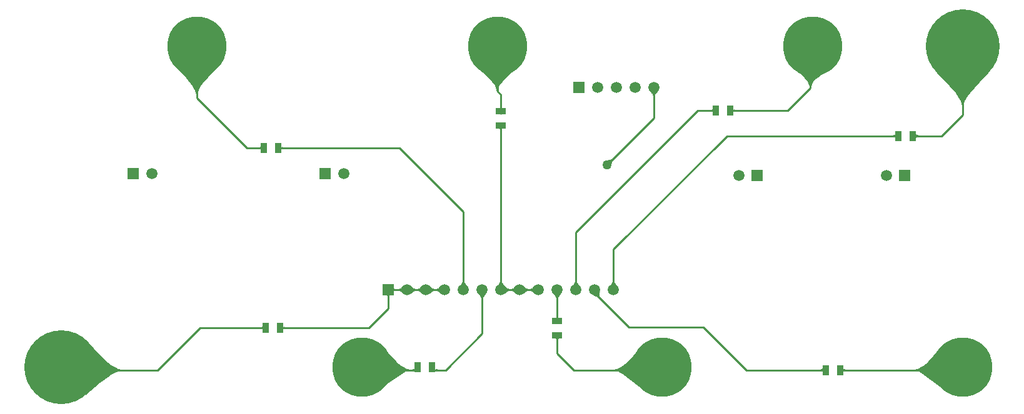
<source format=gtl>
G04*
G04 #@! TF.GenerationSoftware,Altium Limited,Altium Designer,22.8.2 (66)*
G04*
G04 Layer_Physical_Order=1*
G04 Layer_Color=255*
%FSLAX44Y44*%
%MOMM*%
G71*
G04*
G04 #@! TF.SameCoordinates,A88769B3-AE7A-4E98-8DBA-C7F6B74A5C9B*
G04*
G04*
G04 #@! TF.FilePolarity,Positive*
G04*
G01*
G75*
%ADD10C,0.2540*%
%ADD12R,1.4200X0.8900*%
%ADD13R,0.8900X1.4200*%
%ADD23R,1.5080X1.5080*%
%ADD24C,1.5080*%
%ADD25R,1.5000X1.5000*%
%ADD26C,1.5000*%
%ADD27C,8.0000*%
%ADD28C,10.0000*%
%ADD29C,1.2700*%
G36*
X1104297Y-152493D02*
X1100796Y-154229D01*
X1097663Y-156029D01*
X1094899Y-157892D01*
X1092504Y-159818D01*
X1090477Y-161807D01*
X1088818Y-163860D01*
X1087528Y-165975D01*
X1086607Y-168153D01*
X1086054Y-170395D01*
X1085870Y-172700D01*
X1083330D01*
X1083153Y-170407D01*
X1082622Y-168112D01*
X1081737Y-165815D01*
X1080498Y-163516D01*
X1078905Y-161215D01*
X1076958Y-158913D01*
X1074657Y-156608D01*
X1072002Y-154301D01*
X1068993Y-151992D01*
X1065630Y-149682D01*
X1104297Y-152493D01*
D02*
G37*
G36*
X680057Y-151605D02*
X672833Y-157895D01*
X669898Y-160883D01*
X667414Y-163768D01*
X665382Y-166549D01*
X663802Y-169225D01*
X662673Y-171797D01*
X661996Y-174266D01*
X661770Y-176630D01*
X659230D01*
X659004Y-174266D01*
X658327Y-171797D01*
X657198Y-169225D01*
X655618Y-166549D01*
X653586Y-163768D01*
X651102Y-160883D01*
X648167Y-157895D01*
X644781Y-154802D01*
X636653Y-148304D01*
X684347D01*
X680057Y-151605D01*
D02*
G37*
G36*
X276421Y-149826D02*
X261453Y-166709D01*
X259047Y-170081D01*
X257176Y-173113D01*
X255839Y-175805D01*
X255037Y-178157D01*
X254770Y-180170D01*
X252230D01*
X251963Y-178157D01*
X251161Y-175805D01*
X249824Y-173113D01*
X247953Y-170081D01*
X245548Y-166709D01*
X239132Y-158947D01*
X230579Y-149826D01*
X225500Y-144756D01*
X281500D01*
X276421Y-149826D01*
D02*
G37*
G36*
X877278Y-177694D02*
X876004Y-179153D01*
X875487Y-179844D01*
X875049Y-180511D01*
X874691Y-181152D01*
X874412Y-181767D01*
X874213Y-182357D01*
X874094Y-182922D01*
X874054Y-183462D01*
X871514D01*
X871474Y-182922D01*
X871355Y-182357D01*
X871156Y-181767D01*
X870877Y-181152D01*
X870519Y-180511D01*
X870081Y-179844D01*
X869564Y-179153D01*
X868290Y-177694D01*
X867534Y-176926D01*
X878034D01*
X877278Y-177694D01*
D02*
G37*
G36*
X1319591Y-158291D02*
X1300703Y-179497D01*
X1297667Y-183706D01*
X1295306Y-187479D01*
X1293619Y-190814D01*
X1292607Y-193712D01*
X1292270Y-196174D01*
X1289730D01*
X1289393Y-193712D01*
X1288381Y-190814D01*
X1286694Y-187479D01*
X1284333Y-183706D01*
X1281297Y-179497D01*
X1273202Y-169768D01*
X1262409Y-158291D01*
X1256000Y-151897D01*
X1326000D01*
X1319591Y-158291D01*
D02*
G37*
G36*
X666763Y-197189D02*
X666801Y-197626D01*
X666864Y-198011D01*
X666953Y-198346D01*
X667067Y-198628D01*
X667207Y-198860D01*
X667372Y-199040D01*
X667563Y-199168D01*
X667779Y-199245D01*
X668020Y-199271D01*
X662940D01*
X663181Y-199245D01*
X663397Y-199168D01*
X663588Y-199040D01*
X663753Y-198860D01*
X663893Y-198628D01*
X664007Y-198346D01*
X664096Y-198011D01*
X664159Y-197626D01*
X664197Y-197189D01*
X664210Y-196700D01*
X666750D01*
X666763Y-197189D01*
D02*
G37*
G36*
X980585Y-200901D02*
X980662Y-201117D01*
X980790Y-201308D01*
X980970Y-201473D01*
X981202Y-201612D01*
X981484Y-201727D01*
X981819Y-201816D01*
X982204Y-201879D01*
X982641Y-201917D01*
X983130Y-201930D01*
Y-204470D01*
X982641Y-204483D01*
X982204Y-204521D01*
X981819Y-204584D01*
X981484Y-204673D01*
X981202Y-204788D01*
X980970Y-204927D01*
X980790Y-205092D01*
X980662Y-205283D01*
X980585Y-205499D01*
X980559Y-205740D01*
Y-200660D01*
X980585Y-200901D01*
D02*
G37*
G36*
X952350Y-205740D02*
X952325Y-205499D01*
X952249Y-205283D01*
X952122Y-205092D01*
X951944Y-204927D01*
X951715Y-204788D01*
X951436Y-204673D01*
X951106Y-204584D01*
X950725Y-204521D01*
X950293Y-204483D01*
X949810Y-204470D01*
Y-201930D01*
X950293Y-201917D01*
X950725Y-201879D01*
X951106Y-201816D01*
X951436Y-201727D01*
X951715Y-201612D01*
X951944Y-201473D01*
X952122Y-201308D01*
X952249Y-201117D01*
X952325Y-200901D01*
X952350Y-200660D01*
Y-205740D01*
D02*
G37*
G36*
X667779Y-227505D02*
X667563Y-227581D01*
X667372Y-227708D01*
X667207Y-227886D01*
X667067Y-228114D01*
X666953Y-228394D01*
X666864Y-228724D01*
X666801Y-229105D01*
X666763Y-229537D01*
X666750Y-230019D01*
X664210D01*
X664197Y-229537D01*
X664159Y-229105D01*
X664096Y-228724D01*
X664007Y-228394D01*
X663893Y-228114D01*
X663753Y-227886D01*
X663588Y-227708D01*
X663397Y-227581D01*
X663181Y-227505D01*
X662940Y-227479D01*
X668020D01*
X667779Y-227505D01*
D02*
G37*
G36*
X1227775Y-235191D02*
X1227852Y-235407D01*
X1227980Y-235598D01*
X1228160Y-235763D01*
X1228392Y-235903D01*
X1228674Y-236017D01*
X1229009Y-236106D01*
X1229394Y-236169D01*
X1229831Y-236207D01*
X1230320Y-236220D01*
Y-238760D01*
X1229831Y-238773D01*
X1229394Y-238811D01*
X1229009Y-238874D01*
X1228674Y-238963D01*
X1228392Y-239077D01*
X1228160Y-239217D01*
X1227980Y-239382D01*
X1227852Y-239573D01*
X1227775Y-239789D01*
X1227749Y-240030D01*
Y-234950D01*
X1227775Y-235191D01*
D02*
G37*
G36*
X1199540Y-240030D02*
X1199515Y-239789D01*
X1199439Y-239573D01*
X1199312Y-239382D01*
X1199134Y-239217D01*
X1198905Y-239077D01*
X1198626Y-238963D01*
X1198296Y-238874D01*
X1197915Y-238811D01*
X1197483Y-238773D01*
X1197001Y-238760D01*
Y-236220D01*
X1197483Y-236207D01*
X1197915Y-236169D01*
X1198296Y-236106D01*
X1198626Y-236017D01*
X1198905Y-235903D01*
X1199134Y-235763D01*
X1199312Y-235598D01*
X1199439Y-235407D01*
X1199515Y-235191D01*
X1199540Y-234950D01*
Y-240030D01*
D02*
G37*
G36*
X368475Y-251701D02*
X368551Y-251917D01*
X368678Y-252108D01*
X368856Y-252273D01*
X369085Y-252412D01*
X369364Y-252527D01*
X369694Y-252616D01*
X370075Y-252679D01*
X370507Y-252717D01*
X370989Y-252730D01*
Y-255270D01*
X370507Y-255283D01*
X370075Y-255321D01*
X369694Y-255384D01*
X369364Y-255473D01*
X369085Y-255588D01*
X368856Y-255727D01*
X368678Y-255892D01*
X368551Y-256083D01*
X368475Y-256299D01*
X368450Y-256540D01*
Y-251460D01*
X368475Y-251701D01*
D02*
G37*
G36*
X340241Y-256540D02*
X340215Y-256299D01*
X340138Y-256083D01*
X340010Y-255892D01*
X339830Y-255727D01*
X339598Y-255588D01*
X339316Y-255473D01*
X338981Y-255384D01*
X338596Y-255321D01*
X338159Y-255283D01*
X337671Y-255270D01*
Y-252730D01*
X338159Y-252717D01*
X338596Y-252679D01*
X338981Y-252616D01*
X339316Y-252527D01*
X339598Y-252412D01*
X339830Y-252273D01*
X340010Y-252108D01*
X340138Y-251917D01*
X340215Y-251701D01*
X340241Y-251460D01*
Y-256540D01*
D02*
G37*
G36*
X816982Y-270665D02*
X816662Y-271029D01*
X816376Y-271449D01*
X816125Y-271925D01*
X815909Y-272455D01*
X815728Y-273041D01*
X815581Y-273682D01*
X815469Y-274377D01*
X815391Y-275129D01*
X815340Y-276796D01*
X809053Y-270510D01*
X809915Y-270502D01*
X811473Y-270381D01*
X812169Y-270269D01*
X812809Y-270122D01*
X813395Y-269941D01*
X813925Y-269725D01*
X814401Y-269474D01*
X814821Y-269188D01*
X815185Y-268869D01*
X816982Y-270665D01*
D02*
G37*
G36*
X819190Y-434888D02*
X819309Y-435453D01*
X819508Y-436043D01*
X819787Y-436659D01*
X820145Y-437299D01*
X820583Y-437966D01*
X821100Y-438657D01*
X822374Y-440116D01*
X823130Y-440884D01*
X812630D01*
X813386Y-440116D01*
X814660Y-438657D01*
X815177Y-437966D01*
X815615Y-437299D01*
X815973Y-436659D01*
X816252Y-436043D01*
X816451Y-435453D01*
X816570Y-434888D01*
X816610Y-434348D01*
X819150D01*
X819190Y-434888D01*
D02*
G37*
G36*
X768390D02*
X768509Y-435453D01*
X768708Y-436043D01*
X768987Y-436659D01*
X769345Y-437299D01*
X769783Y-437966D01*
X770300Y-438657D01*
X771574Y-440116D01*
X772330Y-440884D01*
X761830D01*
X762586Y-440116D01*
X763860Y-438657D01*
X764377Y-437966D01*
X764815Y-437299D01*
X765173Y-436659D01*
X765452Y-436043D01*
X765651Y-435453D01*
X765770Y-434888D01*
X765810Y-434348D01*
X768350D01*
X768390Y-434888D01*
D02*
G37*
G36*
X666790D02*
X666909Y-435453D01*
X667108Y-436043D01*
X667387Y-436659D01*
X667745Y-437299D01*
X668183Y-437966D01*
X668700Y-438657D01*
X669974Y-440116D01*
X670730Y-440884D01*
X660230D01*
X660986Y-440116D01*
X662260Y-438657D01*
X662777Y-437966D01*
X663215Y-437299D01*
X663573Y-436659D01*
X663852Y-436043D01*
X664051Y-435453D01*
X664170Y-434888D01*
X664210Y-434348D01*
X666750D01*
X666790Y-434888D01*
D02*
G37*
G36*
X615990D02*
X616109Y-435453D01*
X616308Y-436043D01*
X616587Y-436659D01*
X616945Y-437299D01*
X617383Y-437966D01*
X617900Y-438657D01*
X619174Y-440116D01*
X619930Y-440884D01*
X609430D01*
X610186Y-440116D01*
X611460Y-438657D01*
X611977Y-437966D01*
X612415Y-437299D01*
X612773Y-436659D01*
X613052Y-436043D01*
X613251Y-435453D01*
X613370Y-434888D01*
X613410Y-434348D01*
X615950D01*
X615990Y-434888D01*
D02*
G37*
G36*
X520545Y-443941D02*
X520622Y-444157D01*
X520750Y-444348D01*
X520930Y-444513D01*
X521162Y-444652D01*
X521444Y-444767D01*
X521779Y-444856D01*
X522164Y-444919D01*
X522601Y-444957D01*
X523089Y-444970D01*
Y-447510D01*
X522601Y-447523D01*
X522164Y-447561D01*
X521779Y-447624D01*
X521444Y-447713D01*
X521162Y-447827D01*
X520930Y-447967D01*
X520750Y-448132D01*
X520622Y-448323D01*
X520545Y-448539D01*
X520519Y-448780D01*
Y-443700D01*
X520545Y-443941D01*
D02*
G37*
G36*
X710924Y-451490D02*
X710156Y-450734D01*
X708697Y-449460D01*
X708006Y-448943D01*
X707339Y-448505D01*
X706699Y-448147D01*
X706083Y-447868D01*
X705493Y-447669D01*
X704928Y-447550D01*
X704388Y-447510D01*
Y-444970D01*
X704928Y-444930D01*
X705493Y-444811D01*
X706083Y-444612D01*
X706699Y-444333D01*
X707339Y-443975D01*
X708006Y-443537D01*
X708697Y-443020D01*
X710156Y-441746D01*
X710924Y-440990D01*
Y-451490D01*
D02*
G37*
G36*
X697004Y-441746D02*
X698463Y-443020D01*
X699154Y-443537D01*
X699821Y-443975D01*
X700462Y-444333D01*
X701077Y-444612D01*
X701667Y-444811D01*
X702232Y-444930D01*
X702772Y-444970D01*
Y-447510D01*
X702232Y-447550D01*
X701667Y-447669D01*
X701077Y-447868D01*
X700462Y-448147D01*
X699821Y-448505D01*
X699154Y-448943D01*
X698463Y-449460D01*
X697004Y-450734D01*
X696236Y-451490D01*
Y-440990D01*
X697004Y-441746D01*
D02*
G37*
G36*
X685524Y-451490D02*
X684756Y-450734D01*
X683297Y-449460D01*
X682606Y-448943D01*
X681939Y-448505D01*
X681299Y-448147D01*
X680683Y-447868D01*
X680093Y-447669D01*
X679528Y-447550D01*
X678988Y-447510D01*
Y-444970D01*
X679528Y-444930D01*
X680093Y-444811D01*
X680683Y-444612D01*
X681299Y-444333D01*
X681939Y-443975D01*
X682606Y-443537D01*
X683297Y-443020D01*
X684756Y-441746D01*
X685524Y-440990D01*
Y-451490D01*
D02*
G37*
G36*
X671604Y-441746D02*
X673063Y-443020D01*
X673754Y-443537D01*
X674421Y-443975D01*
X675061Y-444333D01*
X675677Y-444612D01*
X676267Y-444811D01*
X676832Y-444930D01*
X677372Y-444970D01*
Y-447510D01*
X676832Y-447550D01*
X676267Y-447669D01*
X675677Y-447868D01*
X675061Y-448147D01*
X674421Y-448505D01*
X673754Y-448943D01*
X673063Y-449460D01*
X671604Y-450734D01*
X670836Y-451490D01*
Y-440990D01*
X671604Y-441746D01*
D02*
G37*
G36*
X583924Y-451490D02*
X583156Y-450734D01*
X581697Y-449460D01*
X581006Y-448943D01*
X580339Y-448505D01*
X579698Y-448147D01*
X579083Y-447868D01*
X578493Y-447669D01*
X577928Y-447550D01*
X577388Y-447510D01*
Y-444970D01*
X577928Y-444930D01*
X578493Y-444811D01*
X579083Y-444612D01*
X579698Y-444333D01*
X580339Y-443975D01*
X581006Y-443537D01*
X581697Y-443020D01*
X583156Y-441746D01*
X583924Y-440990D01*
Y-451490D01*
D02*
G37*
G36*
X570004Y-441746D02*
X571463Y-443020D01*
X572154Y-443537D01*
X572821Y-443975D01*
X573461Y-444333D01*
X574077Y-444612D01*
X574667Y-444811D01*
X575232Y-444930D01*
X575772Y-444970D01*
Y-447510D01*
X575232Y-447550D01*
X574667Y-447669D01*
X574077Y-447868D01*
X573461Y-448147D01*
X572821Y-448505D01*
X572154Y-448943D01*
X571463Y-449460D01*
X570004Y-450734D01*
X569236Y-451490D01*
Y-440990D01*
X570004Y-441746D01*
D02*
G37*
G36*
X558524Y-451490D02*
X557756Y-450734D01*
X556297Y-449460D01*
X555606Y-448943D01*
X554939Y-448505D01*
X554299Y-448147D01*
X553683Y-447868D01*
X553093Y-447669D01*
X552528Y-447550D01*
X551988Y-447510D01*
Y-444970D01*
X552528Y-444930D01*
X553093Y-444811D01*
X553683Y-444612D01*
X554299Y-444333D01*
X554939Y-443975D01*
X555606Y-443537D01*
X556297Y-443020D01*
X557756Y-441746D01*
X558524Y-440990D01*
Y-451490D01*
D02*
G37*
G36*
X544604Y-441746D02*
X546063Y-443020D01*
X546754Y-443537D01*
X547421Y-443975D01*
X548061Y-444333D01*
X548677Y-444612D01*
X549267Y-444811D01*
X549832Y-444930D01*
X550372Y-444970D01*
Y-447510D01*
X549832Y-447550D01*
X549267Y-447669D01*
X548677Y-447868D01*
X548061Y-448147D01*
X547421Y-448505D01*
X546754Y-448943D01*
X546063Y-449460D01*
X544604Y-450734D01*
X543836Y-451490D01*
Y-440990D01*
X544604Y-441746D01*
D02*
G37*
G36*
X533124Y-451490D02*
X532356Y-450734D01*
X530897Y-449460D01*
X530206Y-448943D01*
X529539Y-448505D01*
X528899Y-448147D01*
X528283Y-447868D01*
X527693Y-447669D01*
X527128Y-447550D01*
X526588Y-447510D01*
Y-444970D01*
X527128Y-444930D01*
X527693Y-444811D01*
X528283Y-444612D01*
X528899Y-444333D01*
X529539Y-443975D01*
X530206Y-443537D01*
X530897Y-443020D01*
X532356Y-441746D01*
X533124Y-440990D01*
Y-451490D01*
D02*
G37*
G36*
X515379Y-453735D02*
X515163Y-453811D01*
X514972Y-453938D01*
X514807Y-454116D01*
X514668Y-454344D01*
X514553Y-454624D01*
X514464Y-454954D01*
X514401Y-455335D01*
X514363Y-455767D01*
X514350Y-456250D01*
X511810D01*
X511797Y-455767D01*
X511759Y-455335D01*
X511696Y-454954D01*
X511607Y-454624D01*
X511493Y-454344D01*
X511353Y-454116D01*
X511188Y-453938D01*
X510997Y-453811D01*
X510781Y-453735D01*
X510540Y-453709D01*
X515620D01*
X515379Y-453735D01*
D02*
G37*
G36*
X799138Y-449872D02*
X798903Y-450695D01*
X798747Y-451472D01*
X798670Y-452204D01*
X798671Y-452890D01*
X798752Y-453530D01*
X798911Y-454125D01*
X799149Y-454674D01*
X799466Y-455178D01*
X799862Y-455636D01*
X797361Y-456727D01*
X797097Y-456503D01*
X796725Y-456252D01*
X796244Y-455974D01*
X794959Y-455336D01*
X792222Y-454176D01*
X789856Y-453266D01*
X799452Y-449004D01*
X799138Y-449872D01*
D02*
G37*
G36*
X746174Y-452364D02*
X744900Y-453823D01*
X744383Y-454514D01*
X743945Y-455181D01*
X743587Y-455821D01*
X743308Y-456437D01*
X743109Y-457027D01*
X742990Y-457592D01*
X742950Y-458132D01*
X740410D01*
X740370Y-457592D01*
X740251Y-457027D01*
X740052Y-456437D01*
X739773Y-455821D01*
X739415Y-455181D01*
X738977Y-454514D01*
X738460Y-453823D01*
X737186Y-452364D01*
X736430Y-451596D01*
X746930D01*
X746174Y-452364D01*
D02*
G37*
G36*
X644574D02*
X643300Y-453823D01*
X642783Y-454514D01*
X642345Y-455181D01*
X641987Y-455821D01*
X641708Y-456437D01*
X641509Y-457027D01*
X641390Y-457592D01*
X641350Y-458132D01*
X638810D01*
X638770Y-457592D01*
X638651Y-457027D01*
X638452Y-456437D01*
X638173Y-455821D01*
X637815Y-455181D01*
X637377Y-454514D01*
X636860Y-453823D01*
X635586Y-452364D01*
X634830Y-451596D01*
X645330D01*
X644574Y-452364D01*
D02*
G37*
G36*
X742963Y-482123D02*
X743001Y-482555D01*
X743064Y-482936D01*
X743153Y-483266D01*
X743268Y-483545D01*
X743407Y-483774D01*
X743572Y-483952D01*
X743763Y-484079D01*
X743979Y-484155D01*
X744220Y-484180D01*
X739140D01*
X739381Y-484155D01*
X739597Y-484079D01*
X739788Y-483952D01*
X739953Y-483774D01*
X740092Y-483545D01*
X740207Y-483266D01*
X740296Y-482936D01*
X740359Y-482555D01*
X740397Y-482123D01*
X740410Y-481641D01*
X742950D01*
X742963Y-482123D01*
D02*
G37*
G36*
X371015Y-495541D02*
X371091Y-495757D01*
X371218Y-495948D01*
X371396Y-496113D01*
X371624Y-496253D01*
X371904Y-496367D01*
X372234Y-496456D01*
X372615Y-496519D01*
X373047Y-496557D01*
X373530Y-496570D01*
Y-499110D01*
X373047Y-499123D01*
X372615Y-499161D01*
X372234Y-499224D01*
X371904Y-499313D01*
X371624Y-499427D01*
X371396Y-499567D01*
X371218Y-499732D01*
X371091Y-499923D01*
X371015Y-500139D01*
X370989Y-500380D01*
Y-495300D01*
X371015Y-495541D01*
D02*
G37*
G36*
X342781Y-500380D02*
X342755Y-500139D01*
X342678Y-499923D01*
X342550Y-499732D01*
X342370Y-499567D01*
X342138Y-499427D01*
X341856Y-499313D01*
X341521Y-499224D01*
X341136Y-499161D01*
X340699Y-499123D01*
X340210Y-499110D01*
Y-496570D01*
X340699Y-496557D01*
X341136Y-496519D01*
X341521Y-496456D01*
X341856Y-496367D01*
X342138Y-496253D01*
X342370Y-496113D01*
X342550Y-495948D01*
X342678Y-495757D01*
X342755Y-495541D01*
X342781Y-495300D01*
Y-500380D01*
D02*
G37*
G36*
X743979Y-512415D02*
X743763Y-512492D01*
X743572Y-512620D01*
X743407Y-512800D01*
X743268Y-513032D01*
X743153Y-513314D01*
X743064Y-513649D01*
X743001Y-514034D01*
X742963Y-514471D01*
X742950Y-514959D01*
X740410D01*
X740397Y-514471D01*
X740359Y-514034D01*
X740296Y-513649D01*
X740207Y-513314D01*
X740092Y-513032D01*
X739953Y-512800D01*
X739788Y-512620D01*
X739597Y-512492D01*
X739381Y-512415D01*
X739140Y-512389D01*
X744220D01*
X743979Y-512415D01*
D02*
G37*
G36*
X1100940Y-557530D02*
X1100915Y-557289D01*
X1100839Y-557073D01*
X1100712Y-556882D01*
X1100534Y-556717D01*
X1100305Y-556577D01*
X1100026Y-556463D01*
X1099696Y-556374D01*
X1099315Y-556311D01*
X1098883Y-556273D01*
X1098400Y-556260D01*
Y-553720D01*
X1098883Y-553707D01*
X1099315Y-553669D01*
X1099696Y-553606D01*
X1100026Y-553517D01*
X1100305Y-553402D01*
X1100534Y-553263D01*
X1100712Y-553098D01*
X1100839Y-552907D01*
X1100915Y-552691D01*
X1100940Y-552450D01*
Y-557530D01*
D02*
G37*
G36*
X576755Y-552691D02*
X576831Y-552907D01*
X576958Y-553098D01*
X577136Y-553263D01*
X577365Y-553402D01*
X577644Y-553517D01*
X577974Y-553606D01*
X578355Y-553669D01*
X578787Y-553707D01*
X579269Y-553720D01*
Y-556260D01*
X578787Y-556273D01*
X578355Y-556311D01*
X577974Y-556374D01*
X577644Y-556463D01*
X577365Y-556577D01*
X577136Y-556717D01*
X576958Y-556882D01*
X576831Y-557073D01*
X576755Y-557289D01*
X576730Y-557530D01*
Y-552450D01*
X576755Y-552691D01*
D02*
G37*
G36*
X1129175Y-552701D02*
X1129252Y-552917D01*
X1129380Y-553108D01*
X1129560Y-553273D01*
X1129792Y-553413D01*
X1130074Y-553527D01*
X1130409Y-553616D01*
X1130794Y-553679D01*
X1131231Y-553717D01*
X1131720Y-553730D01*
Y-556270D01*
X1131231Y-556283D01*
X1130794Y-556321D01*
X1130409Y-556384D01*
X1130074Y-556473D01*
X1129792Y-556587D01*
X1129560Y-556727D01*
X1129380Y-556892D01*
X1129252Y-557083D01*
X1129175Y-557299D01*
X1129149Y-557540D01*
Y-552460D01*
X1129175Y-552701D01*
D02*
G37*
G36*
X548521Y-557540D02*
X548495Y-557299D01*
X548418Y-557083D01*
X548290Y-556892D01*
X548110Y-556727D01*
X547878Y-556587D01*
X547596Y-556473D01*
X547261Y-556384D01*
X546876Y-556321D01*
X546439Y-556283D01*
X545951Y-556270D01*
Y-553730D01*
X546439Y-553717D01*
X546876Y-553679D01*
X547261Y-553616D01*
X547596Y-553527D01*
X547878Y-553413D01*
X548110Y-553273D01*
X548290Y-553108D01*
X548418Y-552917D01*
X548495Y-552701D01*
X548521Y-552460D01*
Y-557540D01*
D02*
G37*
G36*
X1265231Y-581784D02*
X1259400Y-576936D01*
X1237045Y-560352D01*
X1233935Y-558566D01*
X1231277Y-557291D01*
X1229074Y-556525D01*
X1227324Y-556270D01*
X1227081Y-553730D01*
X1229285Y-553453D01*
X1231729Y-552622D01*
X1234412Y-551238D01*
X1237334Y-549299D01*
X1240496Y-546807D01*
X1243898Y-543761D01*
X1251419Y-536007D01*
X1259897Y-526038D01*
X1265231Y-581784D01*
D02*
G37*
G36*
X858231D02*
X852400Y-576936D01*
X830045Y-560352D01*
X826935Y-558566D01*
X824277Y-557291D01*
X822074Y-556525D01*
X820324Y-556270D01*
X820081Y-553730D01*
X822285Y-553453D01*
X824729Y-552622D01*
X827412Y-551238D01*
X830334Y-549299D01*
X833496Y-546807D01*
X836898Y-543761D01*
X844419Y-536007D01*
X852897Y-526038D01*
X858231Y-581784D01*
D02*
G37*
G36*
X512462Y-531300D02*
X524102Y-543761D01*
X527504Y-546807D01*
X530666Y-549299D01*
X533588Y-551238D01*
X536271Y-552622D01*
X538715Y-553453D01*
X540919Y-553730D01*
X540676Y-556270D01*
X538926Y-556525D01*
X536722Y-557291D01*
X534065Y-558566D01*
X530955Y-560352D01*
X523373Y-565455D01*
X513978Y-572599D01*
X502769Y-581784D01*
X508103Y-526038D01*
X512462Y-531300D01*
D02*
G37*
G36*
X113941Y-525609D02*
X128948Y-541232D01*
X133282Y-545051D01*
X137281Y-548175D01*
X140946Y-550606D01*
X144277Y-552341D01*
X147273Y-553383D01*
X149936Y-553730D01*
X149741Y-556270D01*
X147538Y-556595D01*
X144784Y-557572D01*
X141480Y-559198D01*
X137626Y-561476D01*
X133220Y-564405D01*
X122758Y-572214D01*
X102936Y-588809D01*
X108270Y-519013D01*
X113941Y-525609D01*
D02*
G37*
D10*
X200650Y-555000D02*
X257810Y-497840D01*
X347170D01*
X486410D02*
X513080Y-471170D01*
X366570Y-497840D02*
X486410D01*
X817880Y-391160D02*
X971550Y-237490D01*
X1203960D01*
X1223360D02*
X1262380D01*
X1291000Y-208870D01*
X1054100Y-203200D02*
X1084600Y-172700D01*
X976170Y-203200D02*
X1054100D01*
X767080Y-368300D02*
X932180Y-203200D01*
X956770D01*
X741680Y-488600D02*
Y-446240D01*
X513080Y-471170D02*
Y-450050D01*
X808990Y-276860D02*
X872784Y-213066D01*
Y-171570D01*
X563880Y-446240D02*
X589280D01*
X538480D02*
X563880D01*
X513080D02*
X538480D01*
X690880D02*
X716280D01*
X665480D02*
X690880D01*
X665480D02*
Y-226240D01*
X792480Y-450050D02*
X839000Y-496570D01*
X939800D02*
X998220Y-554990D01*
X839000Y-496570D02*
X939800D01*
X1124770Y-555000D02*
X1291000D01*
X1124760Y-554990D02*
X1124770Y-555000D01*
X998220Y-554990D02*
X1105360D01*
X70000Y-555000D02*
X200650D01*
X477000D02*
X552900D01*
X552910Y-554990D01*
X640080Y-505460D02*
Y-450050D01*
X590550Y-554990D02*
X640080Y-505460D01*
X572310Y-554990D02*
X590550D01*
X614680Y-450050D02*
Y-340360D01*
X528320Y-254000D02*
X614680Y-340360D01*
X364030Y-254000D02*
X528320D01*
X741680Y-532130D02*
Y-511810D01*
X764550Y-555000D02*
X884000D01*
X741680Y-532130D02*
X764550Y-555000D01*
X817880Y-450050D02*
Y-391160D01*
X767080Y-450050D02*
Y-368300D01*
X660500Y-176630D02*
Y-120000D01*
Y-176630D02*
X665480Y-181610D01*
Y-207470D02*
Y-181610D01*
X660400Y-203660D02*
X660500Y-203560D01*
X321310Y-254000D02*
X344630D01*
X253500Y-186190D02*
X321310Y-254000D01*
X253500Y-186190D02*
Y-120000D01*
X1084600Y-172700D02*
Y-122900D01*
X1087500Y-120000D01*
X1291000Y-555000D02*
Y-540430D01*
Y-208870D02*
Y-120000D01*
D12*
X741680Y-508000D02*
D03*
Y-488600D02*
D03*
X665480Y-203660D02*
D03*
Y-223060D02*
D03*
D13*
X344630Y-254000D02*
D03*
X364030D02*
D03*
X1124760Y-554990D02*
D03*
X1105360D02*
D03*
X1223360Y-237490D02*
D03*
X1203960D02*
D03*
X976170Y-203200D02*
D03*
X956770D02*
D03*
X552910Y-551180D02*
D03*
X572310D02*
D03*
X347170Y-497840D02*
D03*
X366570D02*
D03*
D23*
X1012500Y-290830D02*
D03*
X1212500D02*
D03*
X167640Y-288290D02*
D03*
X427500D02*
D03*
D24*
X987500Y-290830D02*
D03*
X1187500D02*
D03*
X192640Y-288290D02*
D03*
X452500D02*
D03*
D25*
X771180Y-171570D02*
D03*
X513080Y-446240D02*
D03*
D26*
X796584Y-171570D02*
D03*
X821984D02*
D03*
X847384D02*
D03*
X872784D02*
D03*
X538480Y-446240D02*
D03*
X563880D02*
D03*
X589280D02*
D03*
X614680D02*
D03*
X640080D02*
D03*
X665480D02*
D03*
X690880D02*
D03*
X716280D02*
D03*
X741680D02*
D03*
X767080D02*
D03*
X792480D02*
D03*
X817880D02*
D03*
D27*
X253500Y-116190D02*
D03*
X1291000Y-551190D02*
D03*
X884000D02*
D03*
X1087500Y-116190D02*
D03*
X660500D02*
D03*
X477000Y-551190D02*
D03*
D28*
X1291000Y-116190D02*
D03*
X70000Y-551190D02*
D03*
D29*
X808990Y-276860D02*
D03*
M02*

</source>
